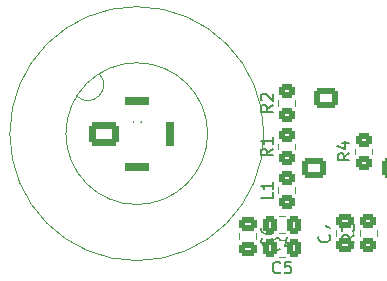
<source format=gbr>
%TF.GenerationSoftware,KiCad,Pcbnew,9.0.2*%
%TF.CreationDate,2025-10-29T16:27:15+01:00*%
%TF.ProjectId,neverx_daugther,6e657665-7278-45f6-9461-756774686572,rev?*%
%TF.SameCoordinates,Original*%
%TF.FileFunction,Legend,Top*%
%TF.FilePolarity,Positive*%
%FSLAX46Y46*%
G04 Gerber Fmt 4.6, Leading zero omitted, Abs format (unit mm)*
G04 Created by KiCad (PCBNEW 9.0.2) date 2025-10-29 16:27:15*
%MOMM*%
%LPD*%
G01*
G04 APERTURE LIST*
G04 Aperture macros list*
%AMRoundRect*
0 Rectangle with rounded corners*
0 $1 Rounding radius*
0 $2 $3 $4 $5 $6 $7 $8 $9 X,Y pos of 4 corners*
0 Add a 4 corners polygon primitive as box body*
4,1,4,$2,$3,$4,$5,$6,$7,$8,$9,$2,$3,0*
0 Add four circle primitives for the rounded corners*
1,1,$1+$1,$2,$3*
1,1,$1+$1,$4,$5*
1,1,$1+$1,$6,$7*
1,1,$1+$1,$8,$9*
0 Add four rect primitives between the rounded corners*
20,1,$1+$1,$2,$3,$4,$5,0*
20,1,$1+$1,$4,$5,$6,$7,0*
20,1,$1+$1,$6,$7,$8,$9,0*
20,1,$1+$1,$8,$9,$2,$3,0*%
G04 Aperture macros list end*
%ADD10C,0.150000*%
%ADD11C,0.100000*%
%ADD12C,0.120000*%
%ADD13RoundRect,0.250000X0.450000X-0.350000X0.450000X0.350000X-0.450000X0.350000X-0.450000X-0.350000X0*%
%ADD14RoundRect,0.250000X-0.475000X0.337500X-0.475000X-0.337500X0.475000X-0.337500X0.475000X0.337500X0*%
%ADD15RoundRect,0.250000X0.475000X-0.337500X0.475000X0.337500X-0.475000X0.337500X-0.475000X-0.337500X0*%
%ADD16RoundRect,0.250000X0.337500X0.475000X-0.337500X0.475000X-0.337500X-0.475000X0.337500X-0.475000X0*%
%ADD17RoundRect,0.250000X0.450000X-0.325000X0.450000X0.325000X-0.450000X0.325000X-0.450000X-0.325000X0*%
%ADD18RoundRect,0.300000X-1.000000X-0.700000X1.000000X-0.700000X1.000000X0.700000X-1.000000X0.700000X0*%
%ADD19RoundRect,1.000000X0.000010X-0.300000X0.000010X0.300000X-0.000010X0.300000X-0.000010X-0.300000X0*%
%ADD20RoundRect,1.000000X-0.300000X-0.000010X0.300000X-0.000010X0.300000X0.000010X-0.300000X0.000010X0*%
%ADD21RoundRect,1.000000X-0.000010X0.300000X-0.000010X-0.300000X0.000010X-0.300000X0.000010X0.300000X0*%
%ADD22C,2.000000*%
%ADD23RoundRect,0.250000X0.725000X-0.600000X0.725000X0.600000X-0.725000X0.600000X-0.725000X-0.600000X0*%
%ADD24O,1.950000X1.700000*%
%ADD25RoundRect,0.250000X-0.725000X0.600000X-0.725000X-0.600000X0.725000X-0.600000X0.725000X0.600000X0*%
G04 APERTURE END LIST*
D10*
X118004819Y-101666666D02*
X117528628Y-101999999D01*
X118004819Y-102238094D02*
X117004819Y-102238094D01*
X117004819Y-102238094D02*
X117004819Y-101857142D01*
X117004819Y-101857142D02*
X117052438Y-101761904D01*
X117052438Y-101761904D02*
X117100057Y-101714285D01*
X117100057Y-101714285D02*
X117195295Y-101666666D01*
X117195295Y-101666666D02*
X117338152Y-101666666D01*
X117338152Y-101666666D02*
X117433390Y-101714285D01*
X117433390Y-101714285D02*
X117481009Y-101761904D01*
X117481009Y-101761904D02*
X117528628Y-101857142D01*
X117528628Y-101857142D02*
X117528628Y-102238094D01*
X117338152Y-100809523D02*
X118004819Y-100809523D01*
X116957200Y-101047618D02*
X117671485Y-101285713D01*
X117671485Y-101285713D02*
X117671485Y-100666666D01*
X118404819Y-108566666D02*
X117928628Y-108899999D01*
X118404819Y-109138094D02*
X117404819Y-109138094D01*
X117404819Y-109138094D02*
X117404819Y-108757142D01*
X117404819Y-108757142D02*
X117452438Y-108661904D01*
X117452438Y-108661904D02*
X117500057Y-108614285D01*
X117500057Y-108614285D02*
X117595295Y-108566666D01*
X117595295Y-108566666D02*
X117738152Y-108566666D01*
X117738152Y-108566666D02*
X117833390Y-108614285D01*
X117833390Y-108614285D02*
X117881009Y-108661904D01*
X117881009Y-108661904D02*
X117928628Y-108757142D01*
X117928628Y-108757142D02*
X117928628Y-109138094D01*
X117404819Y-108233332D02*
X117404819Y-107614285D01*
X117404819Y-107614285D02*
X117785771Y-107947618D01*
X117785771Y-107947618D02*
X117785771Y-107804761D01*
X117785771Y-107804761D02*
X117833390Y-107709523D01*
X117833390Y-107709523D02*
X117881009Y-107661904D01*
X117881009Y-107661904D02*
X117976247Y-107614285D01*
X117976247Y-107614285D02*
X118214342Y-107614285D01*
X118214342Y-107614285D02*
X118309580Y-107661904D01*
X118309580Y-107661904D02*
X118357200Y-107709523D01*
X118357200Y-107709523D02*
X118404819Y-107804761D01*
X118404819Y-107804761D02*
X118404819Y-108090475D01*
X118404819Y-108090475D02*
X118357200Y-108185713D01*
X118357200Y-108185713D02*
X118309580Y-108233332D01*
X111439580Y-108866666D02*
X111487200Y-108914285D01*
X111487200Y-108914285D02*
X111534819Y-109057142D01*
X111534819Y-109057142D02*
X111534819Y-109152380D01*
X111534819Y-109152380D02*
X111487200Y-109295237D01*
X111487200Y-109295237D02*
X111391961Y-109390475D01*
X111391961Y-109390475D02*
X111296723Y-109438094D01*
X111296723Y-109438094D02*
X111106247Y-109485713D01*
X111106247Y-109485713D02*
X110963390Y-109485713D01*
X110963390Y-109485713D02*
X110772914Y-109438094D01*
X110772914Y-109438094D02*
X110677676Y-109390475D01*
X110677676Y-109390475D02*
X110582438Y-109295237D01*
X110582438Y-109295237D02*
X110534819Y-109152380D01*
X110534819Y-109152380D02*
X110534819Y-109057142D01*
X110534819Y-109057142D02*
X110582438Y-108914285D01*
X110582438Y-108914285D02*
X110630057Y-108866666D01*
X110534819Y-108009523D02*
X110534819Y-108199999D01*
X110534819Y-108199999D02*
X110582438Y-108295237D01*
X110582438Y-108295237D02*
X110630057Y-108342856D01*
X110630057Y-108342856D02*
X110772914Y-108438094D01*
X110772914Y-108438094D02*
X110963390Y-108485713D01*
X110963390Y-108485713D02*
X111344342Y-108485713D01*
X111344342Y-108485713D02*
X111439580Y-108438094D01*
X111439580Y-108438094D02*
X111487200Y-108390475D01*
X111487200Y-108390475D02*
X111534819Y-108295237D01*
X111534819Y-108295237D02*
X111534819Y-108104761D01*
X111534819Y-108104761D02*
X111487200Y-108009523D01*
X111487200Y-108009523D02*
X111439580Y-107961904D01*
X111439580Y-107961904D02*
X111344342Y-107914285D01*
X111344342Y-107914285D02*
X111106247Y-107914285D01*
X111106247Y-107914285D02*
X111011009Y-107961904D01*
X111011009Y-107961904D02*
X110963390Y-108009523D01*
X110963390Y-108009523D02*
X110915771Y-108104761D01*
X110915771Y-108104761D02*
X110915771Y-108295237D01*
X110915771Y-108295237D02*
X110963390Y-108390475D01*
X110963390Y-108390475D02*
X111011009Y-108438094D01*
X111011009Y-108438094D02*
X111106247Y-108485713D01*
X111504819Y-97566666D02*
X111028628Y-97899999D01*
X111504819Y-98138094D02*
X110504819Y-98138094D01*
X110504819Y-98138094D02*
X110504819Y-97757142D01*
X110504819Y-97757142D02*
X110552438Y-97661904D01*
X110552438Y-97661904D02*
X110600057Y-97614285D01*
X110600057Y-97614285D02*
X110695295Y-97566666D01*
X110695295Y-97566666D02*
X110838152Y-97566666D01*
X110838152Y-97566666D02*
X110933390Y-97614285D01*
X110933390Y-97614285D02*
X110981009Y-97661904D01*
X110981009Y-97661904D02*
X111028628Y-97757142D01*
X111028628Y-97757142D02*
X111028628Y-98138094D01*
X110600057Y-97185713D02*
X110552438Y-97138094D01*
X110552438Y-97138094D02*
X110504819Y-97042856D01*
X110504819Y-97042856D02*
X110504819Y-96804761D01*
X110504819Y-96804761D02*
X110552438Y-96709523D01*
X110552438Y-96709523D02*
X110600057Y-96661904D01*
X110600057Y-96661904D02*
X110695295Y-96614285D01*
X110695295Y-96614285D02*
X110790533Y-96614285D01*
X110790533Y-96614285D02*
X110933390Y-96661904D01*
X110933390Y-96661904D02*
X111504819Y-97233332D01*
X111504819Y-97233332D02*
X111504819Y-96614285D01*
X116279580Y-108566666D02*
X116327200Y-108614285D01*
X116327200Y-108614285D02*
X116374819Y-108757142D01*
X116374819Y-108757142D02*
X116374819Y-108852380D01*
X116374819Y-108852380D02*
X116327200Y-108995237D01*
X116327200Y-108995237D02*
X116231961Y-109090475D01*
X116231961Y-109090475D02*
X116136723Y-109138094D01*
X116136723Y-109138094D02*
X115946247Y-109185713D01*
X115946247Y-109185713D02*
X115803390Y-109185713D01*
X115803390Y-109185713D02*
X115612914Y-109138094D01*
X115612914Y-109138094D02*
X115517676Y-109090475D01*
X115517676Y-109090475D02*
X115422438Y-108995237D01*
X115422438Y-108995237D02*
X115374819Y-108852380D01*
X115374819Y-108852380D02*
X115374819Y-108757142D01*
X115374819Y-108757142D02*
X115422438Y-108614285D01*
X115422438Y-108614285D02*
X115470057Y-108566666D01*
X115374819Y-108233332D02*
X115374819Y-107566666D01*
X115374819Y-107566666D02*
X116374819Y-107995237D01*
X112133333Y-111739580D02*
X112085714Y-111787200D01*
X112085714Y-111787200D02*
X111942857Y-111834819D01*
X111942857Y-111834819D02*
X111847619Y-111834819D01*
X111847619Y-111834819D02*
X111704762Y-111787200D01*
X111704762Y-111787200D02*
X111609524Y-111691961D01*
X111609524Y-111691961D02*
X111561905Y-111596723D01*
X111561905Y-111596723D02*
X111514286Y-111406247D01*
X111514286Y-111406247D02*
X111514286Y-111263390D01*
X111514286Y-111263390D02*
X111561905Y-111072914D01*
X111561905Y-111072914D02*
X111609524Y-110977676D01*
X111609524Y-110977676D02*
X111704762Y-110882438D01*
X111704762Y-110882438D02*
X111847619Y-110834819D01*
X111847619Y-110834819D02*
X111942857Y-110834819D01*
X111942857Y-110834819D02*
X112085714Y-110882438D01*
X112085714Y-110882438D02*
X112133333Y-110930057D01*
X113038095Y-110834819D02*
X112561905Y-110834819D01*
X112561905Y-110834819D02*
X112514286Y-111311009D01*
X112514286Y-111311009D02*
X112561905Y-111263390D01*
X112561905Y-111263390D02*
X112657143Y-111215771D01*
X112657143Y-111215771D02*
X112895238Y-111215771D01*
X112895238Y-111215771D02*
X112990476Y-111263390D01*
X112990476Y-111263390D02*
X113038095Y-111311009D01*
X113038095Y-111311009D02*
X113085714Y-111406247D01*
X113085714Y-111406247D02*
X113085714Y-111644342D01*
X113085714Y-111644342D02*
X113038095Y-111739580D01*
X113038095Y-111739580D02*
X112990476Y-111787200D01*
X112990476Y-111787200D02*
X112895238Y-111834819D01*
X112895238Y-111834819D02*
X112657143Y-111834819D01*
X112657143Y-111834819D02*
X112561905Y-111787200D01*
X112561905Y-111787200D02*
X112514286Y-111739580D01*
X112133333Y-109739580D02*
X112085714Y-109787200D01*
X112085714Y-109787200D02*
X111942857Y-109834819D01*
X111942857Y-109834819D02*
X111847619Y-109834819D01*
X111847619Y-109834819D02*
X111704762Y-109787200D01*
X111704762Y-109787200D02*
X111609524Y-109691961D01*
X111609524Y-109691961D02*
X111561905Y-109596723D01*
X111561905Y-109596723D02*
X111514286Y-109406247D01*
X111514286Y-109406247D02*
X111514286Y-109263390D01*
X111514286Y-109263390D02*
X111561905Y-109072914D01*
X111561905Y-109072914D02*
X111609524Y-108977676D01*
X111609524Y-108977676D02*
X111704762Y-108882438D01*
X111704762Y-108882438D02*
X111847619Y-108834819D01*
X111847619Y-108834819D02*
X111942857Y-108834819D01*
X111942857Y-108834819D02*
X112085714Y-108882438D01*
X112085714Y-108882438D02*
X112133333Y-108930057D01*
X112990476Y-109168152D02*
X112990476Y-109834819D01*
X112752381Y-108787200D02*
X112514286Y-109501485D01*
X112514286Y-109501485D02*
X113133333Y-109501485D01*
X111504819Y-104966666D02*
X111504819Y-105442856D01*
X111504819Y-105442856D02*
X110504819Y-105442856D01*
X111504819Y-104109523D02*
X111504819Y-104680951D01*
X111504819Y-104395237D02*
X110504819Y-104395237D01*
X110504819Y-104395237D02*
X110647676Y-104490475D01*
X110647676Y-104490475D02*
X110742914Y-104585713D01*
X110742914Y-104585713D02*
X110790533Y-104680951D01*
X111504819Y-101266666D02*
X111028628Y-101599999D01*
X111504819Y-101838094D02*
X110504819Y-101838094D01*
X110504819Y-101838094D02*
X110504819Y-101457142D01*
X110504819Y-101457142D02*
X110552438Y-101361904D01*
X110552438Y-101361904D02*
X110600057Y-101314285D01*
X110600057Y-101314285D02*
X110695295Y-101266666D01*
X110695295Y-101266666D02*
X110838152Y-101266666D01*
X110838152Y-101266666D02*
X110933390Y-101314285D01*
X110933390Y-101314285D02*
X110981009Y-101361904D01*
X110981009Y-101361904D02*
X111028628Y-101457142D01*
X111028628Y-101457142D02*
X111028628Y-101838094D01*
X111504819Y-100314285D02*
X111504819Y-100885713D01*
X111504819Y-100599999D02*
X110504819Y-100599999D01*
X110504819Y-100599999D02*
X110647676Y-100695237D01*
X110647676Y-100695237D02*
X110742914Y-100790475D01*
X110742914Y-100790475D02*
X110790533Y-100885713D01*
D11*
X99666666Y-98957419D02*
X99666666Y-99671704D01*
X99666666Y-99671704D02*
X99619047Y-99814561D01*
X99619047Y-99814561D02*
X99523809Y-99909800D01*
X99523809Y-99909800D02*
X99380952Y-99957419D01*
X99380952Y-99957419D02*
X99285714Y-99957419D01*
X100666666Y-99957419D02*
X100095238Y-99957419D01*
X100380952Y-99957419D02*
X100380952Y-98957419D01*
X100380952Y-98957419D02*
X100285714Y-99100276D01*
X100285714Y-99100276D02*
X100190476Y-99195514D01*
X100190476Y-99195514D02*
X100095238Y-99243133D01*
D12*
%TO.C,R4*%
X118465000Y-101727064D02*
X118465000Y-101272936D01*
X119935000Y-101727064D02*
X119935000Y-101272936D01*
%TO.C,R3*%
X118865000Y-108627064D02*
X118865000Y-108172936D01*
X120335000Y-108627064D02*
X120335000Y-108172936D01*
%TO.C,C6*%
X108665000Y-108438748D02*
X108665000Y-108961252D01*
X110135000Y-108438748D02*
X110135000Y-108961252D01*
%TO.C,R2*%
X111965000Y-97627064D02*
X111965000Y-97172936D01*
X113435000Y-97627064D02*
X113435000Y-97172936D01*
%TO.C,C7*%
X116865000Y-108661252D02*
X116865000Y-108138748D01*
X118335000Y-108661252D02*
X118335000Y-108138748D01*
%TO.C,C5*%
X112561252Y-108965000D02*
X112038748Y-108965000D01*
X112561252Y-110435000D02*
X112038748Y-110435000D01*
%TO.C,C4*%
X112561252Y-106965000D02*
X112038748Y-106965000D01*
X112561252Y-108435000D02*
X112038748Y-108435000D01*
%TO.C,L1*%
X111990000Y-105061252D02*
X111990000Y-104538748D01*
X113410000Y-105061252D02*
X113410000Y-104538748D01*
%TO.C,R1*%
X111965000Y-101327064D02*
X111965000Y-100872936D01*
X113435000Y-101327064D02*
X113435000Y-100872936D01*
D11*
%TO.C,J1*%
X96800000Y-94897370D02*
G75*
G02*
X94897370Y-96800000I-951315J-951315D01*
G01*
X106000000Y-100000000D02*
G75*
G02*
X94000000Y-100000000I-6000000J0D01*
G01*
X94000000Y-100000000D02*
G75*
G02*
X106000000Y-100000000I6000000J0D01*
G01*
X110750000Y-100000000D02*
G75*
G02*
X89250000Y-100000000I-10750000J0D01*
G01*
X89250000Y-100000000D02*
G75*
G02*
X110750000Y-100000000I10750000J0D01*
G01*
%TD*%
%LPC*%
D13*
%TO.C,R4*%
X119200000Y-102500000D03*
X119200000Y-100500000D03*
%TD*%
%TO.C,R3*%
X119600000Y-109400000D03*
X119600000Y-107400000D03*
%TD*%
D14*
%TO.C,C6*%
X109400000Y-107662500D03*
X109400000Y-109737500D03*
%TD*%
D13*
%TO.C,R2*%
X112700000Y-98400000D03*
X112700000Y-96400000D03*
%TD*%
D15*
%TO.C,C7*%
X117600000Y-109437500D03*
X117600000Y-107362500D03*
%TD*%
D16*
%TO.C,C5*%
X113337500Y-109700000D03*
X111262500Y-109700000D03*
%TD*%
%TO.C,C4*%
X113337500Y-107700000D03*
X111262500Y-107700000D03*
%TD*%
D17*
%TO.C,L1*%
X112700000Y-105825000D03*
X112700000Y-103775000D03*
%TD*%
D13*
%TO.C,R1*%
X112700000Y-102100000D03*
X112700000Y-100100000D03*
%TD*%
D18*
%TO.C,J1*%
X97200000Y-100000000D03*
D19*
X100000000Y-97200000D03*
D20*
X102800000Y-100000000D03*
D21*
X100000000Y-102800000D03*
D22*
X100000000Y-100000000D03*
%TD*%
D23*
%TO.C,J2*%
X122800000Y-97000000D03*
D24*
X122800000Y-94500000D03*
X122800000Y-92000000D03*
%TD*%
D25*
%TO.C,J4*%
X121775000Y-102900000D03*
D24*
X121775000Y-105400000D03*
X121775000Y-107900000D03*
%TD*%
D25*
%TO.C,J5*%
X114975000Y-102900000D03*
D24*
X114975000Y-105400000D03*
X114975000Y-107900000D03*
%TD*%
D23*
%TO.C,J3*%
X116000000Y-97000000D03*
D24*
X116000000Y-94500000D03*
X116000000Y-92000000D03*
%TD*%
%LPD*%
M02*

</source>
